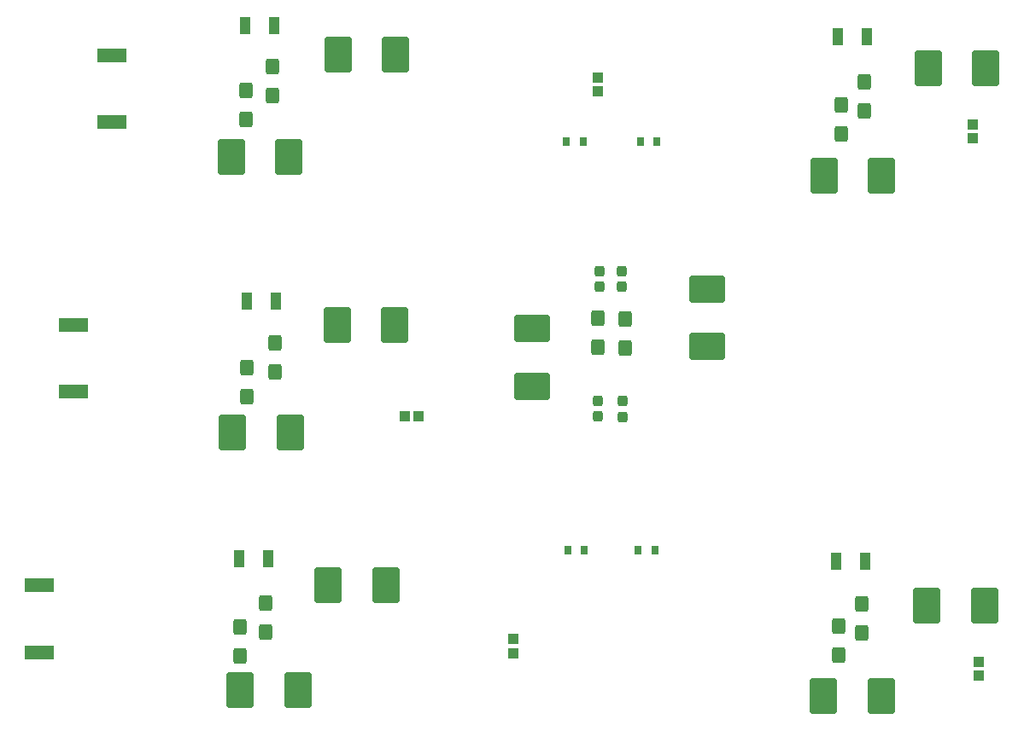
<source format=gbr>
%TF.GenerationSoftware,KiCad,Pcbnew,7.0.5*%
%TF.CreationDate,2023-07-31T13:29:29+02:00*%
%TF.ProjectId,Byaxon_2D_V1,42796178-6f6e-45f3-9244-5f56312e6b69,rev?*%
%TF.SameCoordinates,Original*%
%TF.FileFunction,Paste,Bot*%
%TF.FilePolarity,Positive*%
%FSLAX46Y46*%
G04 Gerber Fmt 4.6, Leading zero omitted, Abs format (unit mm)*
G04 Created by KiCad (PCBNEW 7.0.5) date 2023-07-31 13:29:29*
%MOMM*%
%LPD*%
G01*
G04 APERTURE LIST*
G04 Aperture macros list*
%AMRoundRect*
0 Rectangle with rounded corners*
0 $1 Rounding radius*
0 $2 $3 $4 $5 $6 $7 $8 $9 X,Y pos of 4 corners*
0 Add a 4 corners polygon primitive as box body*
4,1,4,$2,$3,$4,$5,$6,$7,$8,$9,$2,$3,0*
0 Add four circle primitives for the rounded corners*
1,1,$1+$1,$2,$3*
1,1,$1+$1,$4,$5*
1,1,$1+$1,$6,$7*
1,1,$1+$1,$8,$9*
0 Add four rect primitives between the rounded corners*
20,1,$1+$1,$2,$3,$4,$5,0*
20,1,$1+$1,$4,$5,$6,$7,0*
20,1,$1+$1,$6,$7,$8,$9,0*
20,1,$1+$1,$8,$9,$2,$3,0*%
G04 Aperture macros list end*
%ADD10R,2.900000X1.450000*%
%ADD11R,1.000000X1.750000*%
%ADD12RoundRect,0.250000X0.425000X-0.537500X0.425000X0.537500X-0.425000X0.537500X-0.425000X-0.537500X0*%
%ADD13R,1.000000X1.000000*%
%ADD14RoundRect,0.250000X-1.112500X-1.500000X1.112500X-1.500000X1.112500X1.500000X-1.112500X1.500000X0*%
%ADD15RoundRect,0.250000X1.112500X1.500000X-1.112500X1.500000X-1.112500X-1.500000X1.112500X-1.500000X0*%
%ADD16RoundRect,0.250000X0.250000X-0.280000X0.250000X0.280000X-0.250000X0.280000X-0.250000X-0.280000X0*%
%ADD17RoundRect,0.250000X-0.250000X0.280000X-0.250000X-0.280000X0.250000X-0.280000X0.250000X0.280000X0*%
%ADD18R,0.762000X0.939800*%
%ADD19RoundRect,0.250000X1.500000X-1.112500X1.500000X1.112500X-1.500000X1.112500X-1.500000X-1.112500X0*%
%ADD20RoundRect,0.250000X-0.425000X0.537500X-0.425000X-0.537500X0.425000X-0.537500X0.425000X0.537500X0*%
G04 APERTURE END LIST*
D10*
%TO.C,R2*%
X39800000Y-109800000D03*
X39800000Y-116450000D03*
%TD*%
D11*
%TO.C,R5*%
X59650000Y-107200000D03*
X62550000Y-107200000D03*
%TD*%
D12*
%TO.C,C36*%
X59700000Y-116800000D03*
X59700000Y-113925000D03*
%TD*%
%TO.C,C39*%
X62900000Y-61162500D03*
X62900000Y-58287500D03*
%TD*%
D13*
%TO.C,R15*%
X76050000Y-93050000D03*
X77450000Y-93050000D03*
%TD*%
D12*
%TO.C,C22*%
X119300000Y-65037500D03*
X119300000Y-62162500D03*
%TD*%
D14*
%TO.C,C38*%
X58837500Y-67287500D03*
X64562500Y-67287500D03*
%TD*%
D15*
%TO.C,C25*%
X133525000Y-111800000D03*
X127800000Y-111800000D03*
%TD*%
D14*
%TO.C,C34*%
X58957500Y-94620000D03*
X64682500Y-94620000D03*
%TD*%
D16*
%TO.C,R6*%
X95370500Y-80180000D03*
X95370500Y-78640000D03*
%TD*%
D10*
%TO.C,R1*%
X43200000Y-90600000D03*
X43200000Y-83950000D03*
%TD*%
D17*
%TO.C,R28*%
X97570500Y-78670000D03*
X97570500Y-80210000D03*
%TD*%
D12*
%TO.C,C27*%
X121600000Y-62700000D03*
X121600000Y-59825000D03*
%TD*%
D15*
%TO.C,C37*%
X75162500Y-57125000D03*
X69437500Y-57125000D03*
%TD*%
D11*
%TO.C,R4*%
X60370000Y-81620000D03*
X63270000Y-81620000D03*
%TD*%
D18*
%TO.C,R10*%
X99400000Y-65800000D03*
X101076400Y-65800000D03*
%TD*%
D17*
%TO.C,R7*%
X95170500Y-91510000D03*
X95170500Y-93050000D03*
%TD*%
D19*
%TO.C,C1*%
X88670500Y-90072500D03*
X88670500Y-84347500D03*
%TD*%
D15*
%TO.C,C29*%
X133662500Y-58500000D03*
X127937500Y-58500000D03*
%TD*%
D18*
%TO.C,R9*%
X92100000Y-65800000D03*
X93776400Y-65800000D03*
%TD*%
D15*
%TO.C,C33*%
X74162500Y-109800000D03*
X68437500Y-109800000D03*
%TD*%
D12*
%TO.C,C4*%
X97870500Y-86247500D03*
X97870500Y-83372500D03*
%TD*%
D13*
%TO.C,R13*%
X95200000Y-60800000D03*
X95200000Y-59400000D03*
%TD*%
D11*
%TO.C,R20*%
X118950000Y-55400000D03*
X121850000Y-55400000D03*
%TD*%
D13*
%TO.C,R16*%
X86800000Y-115150000D03*
X86800000Y-116550000D03*
%TD*%
D12*
%TO.C,C40*%
X60420000Y-91057500D03*
X60420000Y-88182500D03*
%TD*%
D20*
%TO.C,C3*%
X95170500Y-83335000D03*
X95170500Y-86210000D03*
%TD*%
D12*
%TO.C,C23*%
X63220000Y-88657500D03*
X63220000Y-85782500D03*
%TD*%
%TO.C,C32*%
X60300000Y-63562500D03*
X60300000Y-60687500D03*
%TD*%
D11*
%TO.C,R14*%
X118800000Y-107400000D03*
X121700000Y-107400000D03*
%TD*%
D14*
%TO.C,C30*%
X117575000Y-120800000D03*
X123300000Y-120800000D03*
%TD*%
D13*
%TO.C,R18*%
X133000000Y-118800000D03*
X133000000Y-117400000D03*
%TD*%
D11*
%TO.C,R26*%
X60250000Y-54287500D03*
X63150000Y-54287500D03*
%TD*%
D14*
%TO.C,C21*%
X117600000Y-69200000D03*
X123325000Y-69200000D03*
%TD*%
D16*
%TO.C,R8*%
X97670500Y-93080000D03*
X97670500Y-91540000D03*
%TD*%
D19*
%TO.C,C2*%
X106070500Y-86110000D03*
X106070500Y-80385000D03*
%TD*%
D15*
%TO.C,C24*%
X75062500Y-84000000D03*
X69337500Y-84000000D03*
%TD*%
D12*
%TO.C,C35*%
X62300000Y-114437500D03*
X62300000Y-111562500D03*
%TD*%
D18*
%TO.C,R11*%
X92201800Y-106360000D03*
X93878200Y-106360000D03*
%TD*%
D14*
%TO.C,C26*%
X59737500Y-120200000D03*
X65462500Y-120200000D03*
%TD*%
D10*
%TO.C,R3*%
X47000000Y-63850000D03*
X47000000Y-57200000D03*
%TD*%
D13*
%TO.C,R19*%
X132400000Y-65450000D03*
X132400000Y-64050000D03*
%TD*%
D18*
%TO.C,R12*%
X99201800Y-106360000D03*
X100878200Y-106360000D03*
%TD*%
D12*
%TO.C,C31*%
X121400000Y-114575000D03*
X121400000Y-111700000D03*
%TD*%
%TO.C,C28*%
X119100000Y-116775000D03*
X119100000Y-113900000D03*
%TD*%
M02*

</source>
